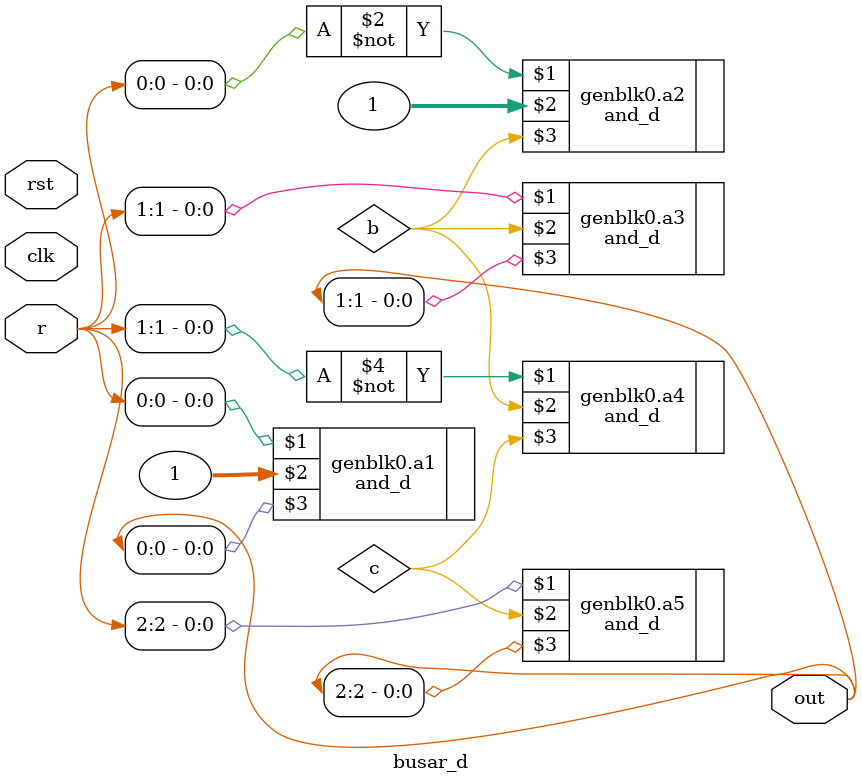
<source format=v>
`timescale 1ns / 1ps
module busar_d(
input [2:0]r,
input clk,rst,
output [2:0]out
    );
 wire a;
 wire b;
 wire c;
 
 
 begin
 and_d a1(r[0],1,out[0]);
 and_d a2(~r[0],1,b);
 and_d a3(r[1],b,out[1]);
 and_d a4(~r[1],b,c);
 and_d a5(r[2],c,out[2]);
 
end
	 


endmodule

</source>
